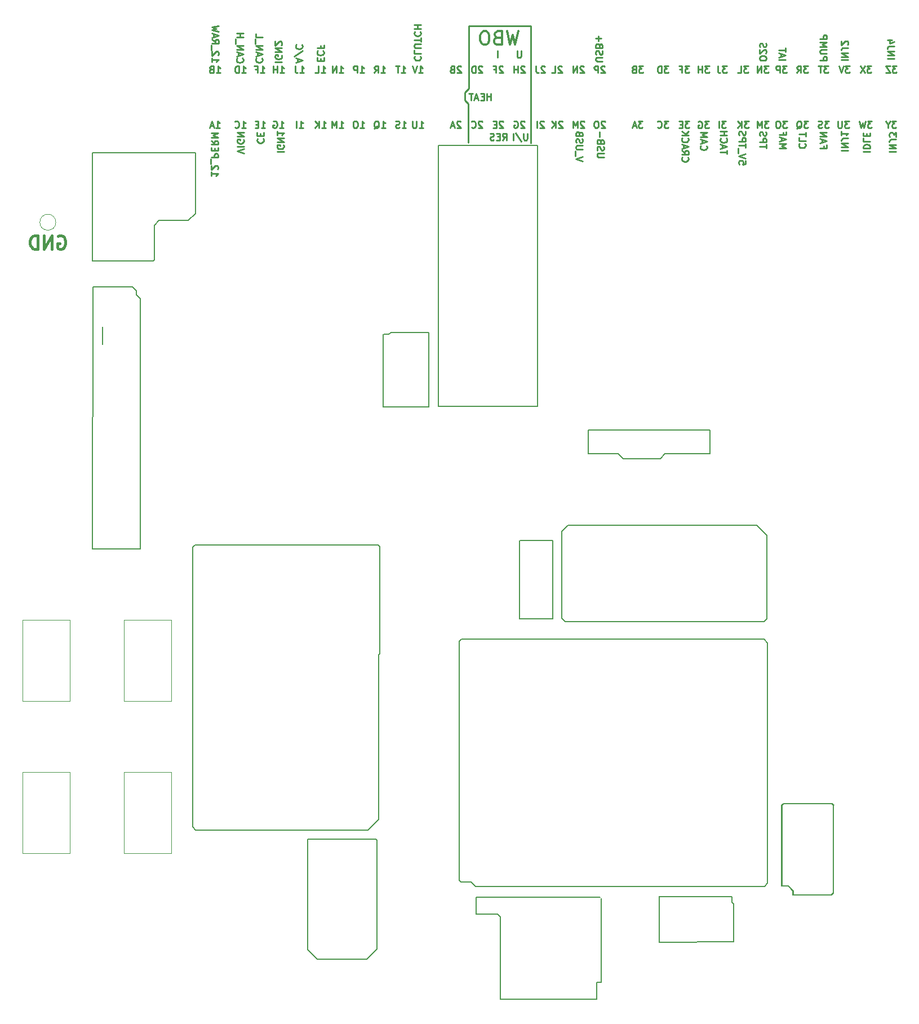
<source format=gbo>
G75*
G70*
%OFA0B0*%
%FSLAX25Y25*%
%IPPOS*%
%LPD*%
%AMOC8*
5,1,8,0,0,1.08239X$1,22.5*
%
%ADD147C,0.00472*%
%ADD182C,0.00880*%
%ADD196C,0.00787*%
%ADD270C,0.01575*%
%ADD334C,0.00984*%
%ADD48C,0.01378*%
X0000000Y0000000D02*
%LPD*%
G01*
D334*
X0280315Y0615354D02*
X0280315Y0578346D01*
X0277953Y0575984D02*
X0277953Y0571260D01*
X0316929Y0546063D02*
X0316929Y0615354D01*
X0277953Y0571260D02*
X0279921Y0569291D01*
X0280315Y0578346D02*
X0277953Y0575984D01*
X0279921Y0569291D02*
X0279921Y0546457D01*
X0316929Y0615354D02*
X0280315Y0615354D01*
D182*
X0500553Y0541720D02*
X0504553Y0541720D01*
X0500553Y0543625D02*
X0504553Y0543625D01*
X0500553Y0545911D01*
X0504553Y0545911D01*
X0504553Y0548958D02*
X0501696Y0548958D01*
X0501124Y0548768D01*
X0500743Y0548387D01*
X0500553Y0547816D01*
X0500553Y0547435D01*
X0500553Y0552958D02*
X0500553Y0550673D01*
X0500553Y0551816D02*
X0504553Y0551816D01*
X0503981Y0551435D01*
X0503600Y0551054D01*
X0503410Y0550673D01*
X0157360Y0555061D02*
X0159645Y0555061D01*
X0158502Y0555061D02*
X0158502Y0559061D01*
X0158883Y0558489D01*
X0159264Y0558108D01*
X0159645Y0557918D01*
X0155645Y0557156D02*
X0154312Y0557156D01*
X0153741Y0555061D02*
X0155645Y0555061D01*
X0155645Y0559061D01*
X0153741Y0559061D01*
X0480755Y0591561D02*
X0478278Y0591561D01*
X0479612Y0590037D01*
X0479040Y0590037D01*
X0478659Y0589846D01*
X0478469Y0589656D01*
X0478278Y0589275D01*
X0478278Y0588322D01*
X0478469Y0587942D01*
X0478659Y0587751D01*
X0479040Y0587561D01*
X0480183Y0587561D01*
X0480564Y0587751D01*
X0480755Y0587942D01*
X0474278Y0587561D02*
X0475612Y0589465D01*
X0476564Y0587561D02*
X0476564Y0591561D01*
X0475040Y0591561D01*
X0474659Y0591370D01*
X0474469Y0591180D01*
X0474278Y0590799D01*
X0474278Y0590227D01*
X0474469Y0589846D01*
X0474659Y0589656D01*
X0475040Y0589465D01*
X0476564Y0589465D01*
D48*
X0309468Y0612186D02*
X0307593Y0604312D01*
X0306093Y0609936D01*
X0304593Y0604312D01*
X0302718Y0612186D01*
X0297094Y0608436D02*
X0295969Y0608061D01*
X0295594Y0607687D01*
X0295219Y0606937D01*
X0295219Y0605812D01*
X0295594Y0605062D01*
X0295969Y0604687D01*
X0296719Y0604312D01*
X0299719Y0604312D01*
X0299719Y0612186D01*
X0297094Y0612186D01*
X0296344Y0611811D01*
X0295969Y0611436D01*
X0295594Y0610686D01*
X0295594Y0609936D01*
X0295969Y0609186D01*
X0296344Y0608811D01*
X0297094Y0608436D01*
X0299719Y0608436D01*
X0290345Y0612186D02*
X0288845Y0612186D01*
X0288095Y0611811D01*
X0287345Y0611061D01*
X0286970Y0609561D01*
X0286970Y0606937D01*
X0287345Y0605437D01*
X0288095Y0604687D01*
X0288845Y0604312D01*
X0290345Y0604312D01*
X0291095Y0604687D01*
X0291845Y0605437D01*
X0292220Y0606937D01*
X0292220Y0609561D01*
X0291845Y0611061D01*
X0291095Y0611811D01*
X0290345Y0612186D01*
D182*
X0310985Y0600616D02*
X0310985Y0597378D01*
X0310795Y0596997D01*
X0310604Y0596806D01*
X0310223Y0596616D01*
X0309462Y0596616D01*
X0309081Y0596806D01*
X0308890Y0596997D01*
X0308700Y0597378D01*
X0308700Y0600616D01*
X0468350Y0559061D02*
X0465874Y0559061D01*
X0467207Y0557537D01*
X0466636Y0557537D01*
X0466255Y0557346D01*
X0466064Y0557156D01*
X0465874Y0556775D01*
X0465874Y0555822D01*
X0466064Y0555442D01*
X0466255Y0555251D01*
X0466636Y0555061D01*
X0467778Y0555061D01*
X0468159Y0555251D01*
X0468350Y0555442D01*
X0463397Y0559061D02*
X0462636Y0559061D01*
X0462255Y0558870D01*
X0461874Y0558489D01*
X0461683Y0557727D01*
X0461683Y0556394D01*
X0461874Y0555632D01*
X0462255Y0555251D01*
X0462636Y0555061D01*
X0463397Y0555061D01*
X0463778Y0555251D01*
X0464159Y0555632D01*
X0464350Y0556394D01*
X0464350Y0557727D01*
X0464159Y0558489D01*
X0463778Y0558870D01*
X0463397Y0559061D01*
X0215874Y0555061D02*
X0218159Y0555061D01*
X0217016Y0555061D02*
X0217016Y0559061D01*
X0217397Y0558489D01*
X0217778Y0558108D01*
X0218159Y0557918D01*
X0213397Y0559061D02*
X0212636Y0559061D01*
X0212255Y0558870D01*
X0211874Y0558489D01*
X0211683Y0557727D01*
X0211683Y0556394D01*
X0211874Y0555632D01*
X0212255Y0555251D01*
X0212636Y0555061D01*
X0213397Y0555061D01*
X0213778Y0555251D01*
X0214159Y0555632D01*
X0214350Y0556394D01*
X0214350Y0557727D01*
X0214159Y0558489D01*
X0213778Y0558870D01*
X0213397Y0559061D01*
X0192897Y0587561D02*
X0195183Y0587561D01*
X0194040Y0587561D02*
X0194040Y0591561D01*
X0194421Y0590989D01*
X0194802Y0590608D01*
X0195183Y0590418D01*
X0189278Y0587561D02*
X0191183Y0587561D01*
X0191183Y0591561D01*
X0432778Y0591561D02*
X0430302Y0591561D01*
X0431636Y0590037D01*
X0431064Y0590037D01*
X0430683Y0589846D01*
X0430493Y0589656D01*
X0430302Y0589275D01*
X0430302Y0588322D01*
X0430493Y0587942D01*
X0430683Y0587751D01*
X0431064Y0587561D01*
X0432207Y0587561D01*
X0432588Y0587751D01*
X0432778Y0587942D01*
X0427445Y0591561D02*
X0427445Y0588703D01*
X0427636Y0588132D01*
X0428016Y0587751D01*
X0428588Y0587561D01*
X0428969Y0587561D01*
X0480850Y0559061D02*
X0478374Y0559061D01*
X0479707Y0557537D01*
X0479136Y0557537D01*
X0478755Y0557346D01*
X0478564Y0557156D01*
X0478374Y0556775D01*
X0478374Y0555822D01*
X0478564Y0555442D01*
X0478755Y0555251D01*
X0479136Y0555061D01*
X0480278Y0555061D01*
X0480659Y0555251D01*
X0480850Y0555442D01*
X0473993Y0554680D02*
X0474374Y0554870D01*
X0474755Y0555251D01*
X0475326Y0555822D01*
X0475707Y0556013D01*
X0476088Y0556013D01*
X0475897Y0555061D02*
X0476278Y0555251D01*
X0476659Y0555632D01*
X0476850Y0556394D01*
X0476850Y0557727D01*
X0476659Y0558489D01*
X0476278Y0558870D01*
X0475897Y0559061D01*
X0475136Y0559061D01*
X0474755Y0558870D01*
X0474374Y0558489D01*
X0474183Y0557727D01*
X0474183Y0556394D01*
X0474374Y0555632D01*
X0474755Y0555251D01*
X0475136Y0555061D01*
X0475897Y0555061D01*
X0165513Y0594000D02*
X0169513Y0594000D01*
X0169323Y0598000D02*
X0169513Y0597619D01*
X0169513Y0597048D01*
X0169323Y0596476D01*
X0168942Y0596095D01*
X0168561Y0595905D01*
X0167799Y0595714D01*
X0167228Y0595714D01*
X0166466Y0595905D01*
X0166085Y0596095D01*
X0165704Y0596476D01*
X0165513Y0597048D01*
X0165513Y0597429D01*
X0165704Y0598000D01*
X0165894Y0598190D01*
X0167228Y0598190D01*
X0167228Y0597429D01*
X0165513Y0599905D02*
X0169513Y0599905D01*
X0165513Y0602190D01*
X0169513Y0602190D01*
X0169132Y0603905D02*
X0169323Y0604095D01*
X0169513Y0604476D01*
X0169513Y0605429D01*
X0169323Y0605810D01*
X0169132Y0606000D01*
X0168751Y0606190D01*
X0168370Y0606190D01*
X0167799Y0606000D01*
X0165513Y0603714D01*
X0165513Y0606190D01*
X0145778Y0587561D02*
X0148064Y0587561D01*
X0146921Y0587561D02*
X0146921Y0591561D01*
X0147302Y0590989D01*
X0147683Y0590608D01*
X0148064Y0590418D01*
X0144064Y0587561D02*
X0144064Y0591561D01*
X0143112Y0591561D01*
X0142540Y0591370D01*
X0142159Y0590989D01*
X0141969Y0590608D01*
X0141778Y0589846D01*
X0141778Y0589275D01*
X0141969Y0588513D01*
X0142159Y0588132D01*
X0142540Y0587751D01*
X0143112Y0587561D01*
X0144064Y0587561D01*
X0383255Y0591561D02*
X0380778Y0591561D01*
X0382112Y0590037D01*
X0381540Y0590037D01*
X0381159Y0589846D01*
X0380969Y0589656D01*
X0380778Y0589275D01*
X0380778Y0588322D01*
X0380969Y0587942D01*
X0381159Y0587751D01*
X0381540Y0587561D01*
X0382683Y0587561D01*
X0383064Y0587751D01*
X0383255Y0587942D01*
X0377731Y0589656D02*
X0377159Y0589465D01*
X0376969Y0589275D01*
X0376778Y0588894D01*
X0376778Y0588322D01*
X0376969Y0587942D01*
X0377159Y0587751D01*
X0377540Y0587561D01*
X0379064Y0587561D01*
X0379064Y0591561D01*
X0377731Y0591561D01*
X0377350Y0591370D01*
X0377159Y0591180D01*
X0376969Y0590799D01*
X0376969Y0590418D01*
X0377159Y0590037D01*
X0377350Y0589846D01*
X0377731Y0589656D01*
X0379064Y0589656D01*
X0314820Y0551797D02*
X0314820Y0548559D01*
X0314630Y0548178D01*
X0314439Y0547987D01*
X0314058Y0547797D01*
X0313297Y0547797D01*
X0312916Y0547987D01*
X0312725Y0548178D01*
X0312535Y0548559D01*
X0312535Y0551797D01*
X0307773Y0551987D02*
X0311201Y0546844D01*
X0306439Y0547797D02*
X0306439Y0551797D01*
X0360064Y0537752D02*
X0356826Y0537752D01*
X0356445Y0537942D01*
X0356255Y0538133D01*
X0356064Y0538514D01*
X0356064Y0539276D01*
X0356255Y0539657D01*
X0356445Y0539847D01*
X0356826Y0540037D01*
X0360064Y0540037D01*
X0356255Y0541752D02*
X0356064Y0542323D01*
X0356064Y0543276D01*
X0356255Y0543657D01*
X0356445Y0543847D01*
X0356826Y0544037D01*
X0357207Y0544037D01*
X0357588Y0543847D01*
X0357779Y0543657D01*
X0357969Y0543276D01*
X0358160Y0542514D01*
X0358350Y0542133D01*
X0358541Y0541942D01*
X0358922Y0541752D01*
X0359303Y0541752D01*
X0359684Y0541942D01*
X0359874Y0542133D01*
X0360064Y0542514D01*
X0360064Y0543466D01*
X0359874Y0544037D01*
X0358160Y0547085D02*
X0357969Y0547657D01*
X0357779Y0547847D01*
X0357398Y0548037D01*
X0356826Y0548037D01*
X0356445Y0547847D01*
X0356255Y0547657D01*
X0356064Y0547276D01*
X0356064Y0545752D01*
X0360064Y0545752D01*
X0360064Y0547085D01*
X0359874Y0547466D01*
X0359684Y0547657D01*
X0359303Y0547847D01*
X0358922Y0547847D01*
X0358541Y0547657D01*
X0358350Y0547466D01*
X0358160Y0547085D01*
X0358160Y0545752D01*
X0357588Y0549752D02*
X0357588Y0552799D01*
X0493159Y0559061D02*
X0490683Y0559061D01*
X0492016Y0557537D01*
X0491445Y0557537D01*
X0491064Y0557346D01*
X0490874Y0557156D01*
X0490683Y0556775D01*
X0490683Y0555822D01*
X0490874Y0555442D01*
X0491064Y0555251D01*
X0491445Y0555061D01*
X0492588Y0555061D01*
X0492969Y0555251D01*
X0493159Y0555442D01*
X0489159Y0555251D02*
X0488588Y0555061D01*
X0487636Y0555061D01*
X0487255Y0555251D01*
X0487064Y0555442D01*
X0486874Y0555822D01*
X0486874Y0556203D01*
X0487064Y0556584D01*
X0487255Y0556775D01*
X0487636Y0556965D01*
X0488397Y0557156D01*
X0488778Y0557346D01*
X0488969Y0557537D01*
X0489159Y0557918D01*
X0489159Y0558299D01*
X0488969Y0558680D01*
X0488778Y0558870D01*
X0488397Y0559061D01*
X0487445Y0559061D01*
X0486874Y0558870D01*
X0518540Y0559061D02*
X0516064Y0559061D01*
X0517397Y0557537D01*
X0516826Y0557537D01*
X0516445Y0557346D01*
X0516255Y0557156D01*
X0516064Y0556775D01*
X0516064Y0555822D01*
X0516255Y0555442D01*
X0516445Y0555251D01*
X0516826Y0555061D01*
X0517969Y0555061D01*
X0518350Y0555251D01*
X0518540Y0555442D01*
X0514731Y0559061D02*
X0513778Y0555061D01*
X0513016Y0557918D01*
X0512255Y0555061D01*
X0511302Y0559061D01*
X0445755Y0559061D02*
X0443278Y0559061D01*
X0444612Y0557537D01*
X0444040Y0557537D01*
X0443659Y0557346D01*
X0443469Y0557156D01*
X0443278Y0556775D01*
X0443278Y0555822D01*
X0443469Y0555442D01*
X0443659Y0555251D01*
X0444040Y0555061D01*
X0445183Y0555061D01*
X0445564Y0555251D01*
X0445755Y0555442D01*
X0441564Y0555061D02*
X0441564Y0559061D01*
X0439278Y0555061D02*
X0440993Y0557346D01*
X0439278Y0559061D02*
X0441564Y0556775D01*
X0313159Y0591180D02*
X0312969Y0591370D01*
X0312588Y0591561D01*
X0311636Y0591561D01*
X0311255Y0591370D01*
X0311064Y0591180D01*
X0310874Y0590799D01*
X0310874Y0590418D01*
X0311064Y0589846D01*
X0313350Y0587561D01*
X0310874Y0587561D01*
X0309159Y0587561D02*
X0309159Y0591561D01*
X0309159Y0589656D02*
X0306874Y0589656D01*
X0306874Y0587561D02*
X0306874Y0591561D01*
X0422231Y0558883D02*
X0419755Y0558883D01*
X0421088Y0557360D01*
X0420517Y0557360D01*
X0420136Y0557169D01*
X0419945Y0556979D01*
X0419755Y0556598D01*
X0419755Y0555645D01*
X0419945Y0555264D01*
X0420136Y0555074D01*
X0420517Y0554883D01*
X0421660Y0554883D01*
X0422040Y0555074D01*
X0422231Y0555264D01*
X0415945Y0558693D02*
X0416326Y0558883D01*
X0416898Y0558883D01*
X0417469Y0558693D01*
X0417850Y0558312D01*
X0418040Y0557931D01*
X0418231Y0557169D01*
X0418231Y0556598D01*
X0418040Y0555836D01*
X0417850Y0555455D01*
X0417469Y0555074D01*
X0416898Y0554883D01*
X0416517Y0554883D01*
X0415945Y0555074D01*
X0415755Y0555264D01*
X0415755Y0556598D01*
X0416517Y0556598D01*
X0240302Y0587561D02*
X0242588Y0587561D01*
X0241445Y0587561D02*
X0241445Y0591561D01*
X0241826Y0590989D01*
X0242207Y0590608D01*
X0242588Y0590418D01*
X0239159Y0591561D02*
X0236874Y0591561D01*
X0238016Y0587561D02*
X0238016Y0591561D01*
X0457556Y0559061D02*
X0455080Y0559061D01*
X0456413Y0557537D01*
X0455842Y0557537D01*
X0455461Y0557346D01*
X0455270Y0557156D01*
X0455080Y0556775D01*
X0455080Y0555822D01*
X0455270Y0555442D01*
X0455461Y0555251D01*
X0455842Y0555061D01*
X0456985Y0555061D01*
X0457366Y0555251D01*
X0457556Y0555442D01*
X0453366Y0555061D02*
X0453366Y0559061D01*
X0452032Y0556203D01*
X0450699Y0559061D01*
X0450699Y0555061D01*
X0147072Y0540076D02*
X0143072Y0541409D01*
X0147072Y0542742D01*
X0143072Y0544076D02*
X0147072Y0544076D01*
X0146882Y0548076D02*
X0147072Y0547695D01*
X0147072Y0547123D01*
X0146882Y0546552D01*
X0146501Y0546171D01*
X0146120Y0545981D01*
X0145358Y0545790D01*
X0144787Y0545790D01*
X0144025Y0545981D01*
X0143644Y0546171D01*
X0143263Y0546552D01*
X0143072Y0547123D01*
X0143072Y0547504D01*
X0143263Y0548076D01*
X0143453Y0548266D01*
X0144787Y0548266D01*
X0144787Y0547504D01*
X0143072Y0549981D02*
X0147072Y0549981D01*
X0143072Y0552266D01*
X0147072Y0552266D01*
X0359277Y0594445D02*
X0356039Y0594445D01*
X0355658Y0594635D01*
X0355468Y0594826D01*
X0355277Y0595207D01*
X0355277Y0595969D01*
X0355468Y0596349D01*
X0355658Y0596540D01*
X0356039Y0596730D01*
X0359277Y0596730D01*
X0355468Y0598445D02*
X0355277Y0599016D01*
X0355277Y0599969D01*
X0355468Y0600349D01*
X0355658Y0600540D01*
X0356039Y0600730D01*
X0356420Y0600730D01*
X0356801Y0600540D01*
X0356991Y0600349D01*
X0357182Y0599969D01*
X0357372Y0599207D01*
X0357563Y0598826D01*
X0357753Y0598635D01*
X0358134Y0598445D01*
X0358515Y0598445D01*
X0358896Y0598635D01*
X0359087Y0598826D01*
X0359277Y0599207D01*
X0359277Y0600159D01*
X0359087Y0600730D01*
X0357372Y0603778D02*
X0357182Y0604349D01*
X0356991Y0604540D01*
X0356610Y0604730D01*
X0356039Y0604730D01*
X0355658Y0604540D01*
X0355468Y0604349D01*
X0355277Y0603969D01*
X0355277Y0602445D01*
X0359277Y0602445D01*
X0359277Y0603778D01*
X0359087Y0604159D01*
X0358896Y0604349D01*
X0358515Y0604540D01*
X0358134Y0604540D01*
X0357753Y0604349D01*
X0357563Y0604159D01*
X0357372Y0603778D01*
X0357372Y0602445D01*
X0356801Y0606445D02*
X0356801Y0609492D01*
X0355277Y0607969D02*
X0358325Y0607969D01*
X0463939Y0542876D02*
X0467939Y0542876D01*
X0465081Y0544209D01*
X0467939Y0545543D01*
X0463939Y0545543D01*
X0465081Y0547257D02*
X0465081Y0549162D01*
X0463939Y0546876D02*
X0467939Y0548209D01*
X0463939Y0549543D01*
X0466034Y0552209D02*
X0466034Y0550876D01*
X0463939Y0550876D02*
X0467939Y0550876D01*
X0467939Y0552781D01*
X0456127Y0595810D02*
X0456127Y0596571D01*
X0455937Y0596952D01*
X0455556Y0597333D01*
X0454794Y0597524D01*
X0453461Y0597524D01*
X0452699Y0597333D01*
X0452318Y0596952D01*
X0452127Y0596571D01*
X0452127Y0595810D01*
X0452318Y0595429D01*
X0452699Y0595048D01*
X0453461Y0594857D01*
X0454794Y0594857D01*
X0455556Y0595048D01*
X0455937Y0595429D01*
X0456127Y0595810D01*
X0455747Y0599048D02*
X0455937Y0599238D01*
X0456127Y0599619D01*
X0456127Y0600571D01*
X0455937Y0600952D01*
X0455747Y0601143D01*
X0455366Y0601333D01*
X0454985Y0601333D01*
X0454413Y0601143D01*
X0452127Y0598857D01*
X0452127Y0601333D01*
X0452318Y0602857D02*
X0452127Y0603429D01*
X0452127Y0604381D01*
X0452318Y0604762D01*
X0452508Y0604952D01*
X0452889Y0605143D01*
X0453270Y0605143D01*
X0453651Y0604952D01*
X0453842Y0604762D01*
X0454032Y0604381D01*
X0454223Y0603619D01*
X0454413Y0603238D01*
X0454604Y0603048D01*
X0454985Y0602857D01*
X0455366Y0602857D01*
X0455747Y0603048D01*
X0455937Y0603238D01*
X0456127Y0603619D01*
X0456127Y0604571D01*
X0455937Y0605143D01*
X0432207Y0559061D02*
X0429731Y0559061D01*
X0431064Y0557537D01*
X0430493Y0557537D01*
X0430112Y0557346D01*
X0429921Y0557156D01*
X0429731Y0556775D01*
X0429731Y0555822D01*
X0429921Y0555442D01*
X0430112Y0555251D01*
X0430493Y0555061D01*
X0431636Y0555061D01*
X0432016Y0555251D01*
X0432207Y0555442D01*
X0428016Y0555061D02*
X0428016Y0559061D01*
X0406445Y0537618D02*
X0406255Y0537428D01*
X0406064Y0536856D01*
X0406064Y0536475D01*
X0406255Y0535904D01*
X0406636Y0535523D01*
X0407017Y0535333D01*
X0407779Y0535142D01*
X0408350Y0535142D01*
X0409112Y0535333D01*
X0409493Y0535523D01*
X0409874Y0535904D01*
X0410064Y0536475D01*
X0410064Y0536856D01*
X0409874Y0537428D01*
X0409684Y0537618D01*
X0406064Y0541618D02*
X0407969Y0540285D01*
X0406064Y0539333D02*
X0410064Y0539333D01*
X0410064Y0540856D01*
X0409874Y0541237D01*
X0409684Y0541428D01*
X0409303Y0541618D01*
X0408731Y0541618D01*
X0408350Y0541428D01*
X0408160Y0541237D01*
X0407969Y0540856D01*
X0407969Y0539333D01*
X0407207Y0543142D02*
X0407207Y0545047D01*
X0406064Y0542761D02*
X0410064Y0544094D01*
X0406064Y0545428D01*
X0406445Y0549047D02*
X0406255Y0548856D01*
X0406064Y0548285D01*
X0406064Y0547904D01*
X0406255Y0547333D01*
X0406636Y0546952D01*
X0407017Y0546761D01*
X0407779Y0546571D01*
X0408350Y0546571D01*
X0409112Y0546761D01*
X0409493Y0546952D01*
X0409874Y0547333D01*
X0410064Y0547904D01*
X0410064Y0548285D01*
X0409874Y0548856D01*
X0409684Y0549047D01*
X0406064Y0550761D02*
X0410064Y0550761D01*
X0406064Y0553047D02*
X0408350Y0551333D01*
X0410064Y0553047D02*
X0407779Y0550761D01*
X0432899Y0539504D02*
X0432899Y0541790D01*
X0428899Y0540647D02*
X0432899Y0540647D01*
X0430042Y0542933D02*
X0430042Y0544838D01*
X0428899Y0542552D02*
X0432899Y0543885D01*
X0428899Y0545219D01*
X0429280Y0548838D02*
X0429090Y0548647D01*
X0428899Y0548076D01*
X0428899Y0547695D01*
X0429090Y0547123D01*
X0429471Y0546742D01*
X0429852Y0546552D01*
X0430613Y0546361D01*
X0431185Y0546361D01*
X0431947Y0546552D01*
X0432328Y0546742D01*
X0432709Y0547123D01*
X0432899Y0547695D01*
X0432899Y0548076D01*
X0432709Y0548647D01*
X0432518Y0548838D01*
X0428899Y0550552D02*
X0432899Y0550552D01*
X0430994Y0550552D02*
X0430994Y0552838D01*
X0428899Y0552838D02*
X0432899Y0552838D01*
X0527718Y0596051D02*
X0531718Y0596051D01*
X0527718Y0597956D02*
X0531718Y0597956D01*
X0527718Y0600241D01*
X0531718Y0600241D01*
X0531718Y0603289D02*
X0528861Y0603289D01*
X0528289Y0603099D01*
X0527909Y0602718D01*
X0527718Y0602146D01*
X0527718Y0601765D01*
X0530385Y0606908D02*
X0527718Y0606908D01*
X0531909Y0605956D02*
X0529051Y0605003D01*
X0529051Y0607480D01*
X0348350Y0558680D02*
X0348159Y0558870D01*
X0347778Y0559061D01*
X0346826Y0559061D01*
X0346445Y0558870D01*
X0346255Y0558680D01*
X0346064Y0558299D01*
X0346064Y0557918D01*
X0346255Y0557346D01*
X0348540Y0555061D01*
X0346064Y0555061D01*
X0344350Y0555061D02*
X0344350Y0559061D01*
X0343016Y0556203D01*
X0341683Y0559061D01*
X0341683Y0555061D01*
X0180302Y0587561D02*
X0182588Y0587561D01*
X0181445Y0587561D02*
X0181445Y0591561D01*
X0181826Y0590989D01*
X0182207Y0590608D01*
X0182588Y0590418D01*
X0177445Y0591561D02*
X0177445Y0588703D01*
X0177636Y0588132D01*
X0178016Y0587751D01*
X0178588Y0587561D01*
X0178969Y0587561D01*
X0422326Y0591561D02*
X0419850Y0591561D01*
X0421183Y0590037D01*
X0420612Y0590037D01*
X0420231Y0589846D01*
X0420040Y0589656D01*
X0419850Y0589275D01*
X0419850Y0588322D01*
X0420040Y0587942D01*
X0420231Y0587751D01*
X0420612Y0587561D01*
X0421755Y0587561D01*
X0422136Y0587751D01*
X0422326Y0587942D01*
X0418136Y0587561D02*
X0418136Y0591561D01*
X0418136Y0589656D02*
X0415850Y0589656D01*
X0415850Y0587561D02*
X0415850Y0591561D01*
X0250874Y0555061D02*
X0253159Y0555061D01*
X0252016Y0555061D02*
X0252016Y0559061D01*
X0252397Y0558489D01*
X0252778Y0558108D01*
X0253159Y0557918D01*
X0249159Y0559061D02*
X0249159Y0555822D01*
X0248969Y0555442D01*
X0248778Y0555251D01*
X0248397Y0555061D01*
X0247636Y0555061D01*
X0247255Y0555251D01*
X0247064Y0555442D01*
X0246874Y0555822D01*
X0246874Y0559061D01*
X0300278Y0591180D02*
X0300088Y0591370D01*
X0299707Y0591561D01*
X0298755Y0591561D01*
X0298374Y0591370D01*
X0298183Y0591180D01*
X0297993Y0590799D01*
X0297993Y0590418D01*
X0298183Y0589846D01*
X0300469Y0587561D01*
X0297993Y0587561D01*
X0294945Y0589656D02*
X0296278Y0589656D01*
X0296278Y0587561D02*
X0296278Y0591561D01*
X0294374Y0591561D01*
X0490049Y0544400D02*
X0490049Y0543066D01*
X0487954Y0543066D02*
X0491954Y0543066D01*
X0491954Y0544971D01*
X0489097Y0546304D02*
X0489097Y0548209D01*
X0487954Y0545924D02*
X0491954Y0547257D01*
X0487954Y0548590D01*
X0487954Y0549924D02*
X0491954Y0549924D01*
X0487954Y0552209D01*
X0491954Y0552209D01*
X0398255Y0559061D02*
X0395778Y0559061D01*
X0397112Y0557537D01*
X0396540Y0557537D01*
X0396159Y0557346D01*
X0395969Y0557156D01*
X0395778Y0556775D01*
X0395778Y0555822D01*
X0395969Y0555442D01*
X0396159Y0555251D01*
X0396540Y0555061D01*
X0397683Y0555061D01*
X0398064Y0555251D01*
X0398255Y0555442D01*
X0391778Y0555442D02*
X0391969Y0555251D01*
X0392540Y0555061D01*
X0392921Y0555061D01*
X0393493Y0555251D01*
X0393874Y0555632D01*
X0394064Y0556013D01*
X0394255Y0556775D01*
X0394255Y0557346D01*
X0394064Y0558108D01*
X0393874Y0558489D01*
X0393493Y0558870D01*
X0392921Y0559061D01*
X0392540Y0559061D01*
X0391969Y0558870D01*
X0391778Y0558680D01*
X0335183Y0591180D02*
X0334993Y0591370D01*
X0334612Y0591561D01*
X0333659Y0591561D01*
X0333278Y0591370D01*
X0333088Y0591180D01*
X0332897Y0590799D01*
X0332897Y0590418D01*
X0333088Y0589846D01*
X0335374Y0587561D01*
X0332897Y0587561D01*
X0329278Y0587561D02*
X0331183Y0587561D01*
X0331183Y0591561D01*
X0313064Y0558680D02*
X0312874Y0558870D01*
X0312493Y0559061D01*
X0311540Y0559061D01*
X0311159Y0558870D01*
X0310969Y0558680D01*
X0310778Y0558299D01*
X0310778Y0557918D01*
X0310969Y0557346D01*
X0313255Y0555061D01*
X0310778Y0555061D01*
X0306969Y0558870D02*
X0307350Y0559061D01*
X0307921Y0559061D01*
X0308493Y0558870D01*
X0308874Y0558489D01*
X0309064Y0558108D01*
X0309255Y0557346D01*
X0309255Y0556775D01*
X0309064Y0556013D01*
X0308874Y0555632D01*
X0308493Y0555251D01*
X0307921Y0555061D01*
X0307540Y0555061D01*
X0306969Y0555251D01*
X0306778Y0555442D01*
X0306778Y0556775D01*
X0307540Y0556775D01*
X0463545Y0595187D02*
X0467545Y0595187D01*
X0464688Y0596901D02*
X0464688Y0598806D01*
X0463545Y0596520D02*
X0467545Y0597854D01*
X0463545Y0599187D01*
X0467545Y0599949D02*
X0467545Y0602235D01*
X0463545Y0601092D02*
X0467545Y0601092D01*
X0513545Y0541028D02*
X0517545Y0541028D01*
X0513545Y0542933D02*
X0517545Y0542933D01*
X0517545Y0543885D01*
X0517354Y0544457D01*
X0516973Y0544838D01*
X0516592Y0545028D01*
X0515831Y0545219D01*
X0515259Y0545219D01*
X0514497Y0545028D01*
X0514116Y0544838D01*
X0513735Y0544457D01*
X0513545Y0543885D01*
X0513545Y0542933D01*
X0513545Y0548838D02*
X0513545Y0546933D01*
X0517545Y0546933D01*
X0515640Y0550171D02*
X0515640Y0551504D01*
X0513545Y0552076D02*
X0513545Y0550171D01*
X0517545Y0550171D01*
X0517545Y0552076D01*
X0203374Y0587561D02*
X0205659Y0587561D01*
X0204516Y0587561D02*
X0204516Y0591561D01*
X0204897Y0590989D01*
X0205278Y0590608D01*
X0205659Y0590418D01*
X0201659Y0587561D02*
X0201659Y0591561D01*
X0199374Y0587561D01*
X0199374Y0591561D01*
X0500553Y0595264D02*
X0504553Y0595264D01*
X0500553Y0597168D02*
X0504553Y0597168D01*
X0500553Y0599454D01*
X0504553Y0599454D01*
X0504553Y0602502D02*
X0501696Y0602502D01*
X0501124Y0602311D01*
X0500743Y0601930D01*
X0500553Y0601359D01*
X0500553Y0600978D01*
X0504172Y0604216D02*
X0504362Y0604406D01*
X0504553Y0604787D01*
X0504553Y0605740D01*
X0504362Y0606121D01*
X0504172Y0606311D01*
X0503791Y0606502D01*
X0503410Y0606502D01*
X0502838Y0606311D01*
X0500553Y0604026D01*
X0500553Y0606502D01*
X0293198Y0571419D02*
X0293198Y0575419D01*
X0293198Y0573514D02*
X0290913Y0573514D01*
X0290913Y0571419D02*
X0290913Y0575419D01*
X0289008Y0573514D02*
X0287675Y0573514D01*
X0287103Y0571419D02*
X0289008Y0571419D01*
X0289008Y0575419D01*
X0287103Y0575419D01*
X0285579Y0572562D02*
X0283675Y0572562D01*
X0285960Y0571419D02*
X0284627Y0575419D01*
X0283294Y0571419D01*
X0282532Y0575419D02*
X0280246Y0575419D01*
X0281389Y0571419D02*
X0281389Y0575419D01*
X0228278Y0587561D02*
X0230564Y0587561D01*
X0229421Y0587561D02*
X0229421Y0591561D01*
X0229802Y0590989D01*
X0230183Y0590608D01*
X0230564Y0590418D01*
X0224278Y0587561D02*
X0225612Y0589465D01*
X0226564Y0587561D02*
X0226564Y0591561D01*
X0225040Y0591561D01*
X0224659Y0591370D01*
X0224469Y0591180D01*
X0224278Y0590799D01*
X0224278Y0590227D01*
X0224469Y0589846D01*
X0224659Y0589656D01*
X0225040Y0589465D01*
X0226564Y0589465D01*
X0240683Y0555061D02*
X0242969Y0555061D01*
X0241826Y0555061D02*
X0241826Y0559061D01*
X0242207Y0558489D01*
X0242588Y0558108D01*
X0242969Y0557918D01*
X0239159Y0555251D02*
X0238588Y0555061D01*
X0237636Y0555061D01*
X0237255Y0555251D01*
X0237064Y0555442D01*
X0236874Y0555822D01*
X0236874Y0556203D01*
X0237064Y0556584D01*
X0237255Y0556775D01*
X0237636Y0556965D01*
X0238397Y0557156D01*
X0238778Y0557346D01*
X0238969Y0557537D01*
X0239159Y0557918D01*
X0239159Y0558299D01*
X0238969Y0558680D01*
X0238778Y0558870D01*
X0238397Y0559061D01*
X0237445Y0559061D01*
X0236874Y0558870D01*
X0228374Y0555061D02*
X0230659Y0555061D01*
X0229516Y0555061D02*
X0229516Y0559061D01*
X0229897Y0558489D01*
X0230278Y0558108D01*
X0230659Y0557918D01*
X0223993Y0554680D02*
X0224374Y0554870D01*
X0224755Y0555251D01*
X0225326Y0555822D01*
X0225707Y0556013D01*
X0226088Y0556013D01*
X0225897Y0555061D02*
X0226278Y0555251D01*
X0226659Y0555632D01*
X0226850Y0556394D01*
X0226850Y0557727D01*
X0226659Y0558489D01*
X0226278Y0558870D01*
X0225897Y0559061D01*
X0225136Y0559061D01*
X0224755Y0558870D01*
X0224374Y0558489D01*
X0224183Y0557727D01*
X0224183Y0556394D01*
X0224374Y0555632D01*
X0224755Y0555251D01*
X0225136Y0555061D01*
X0225897Y0555061D01*
X0275564Y0591180D02*
X0275374Y0591370D01*
X0274993Y0591561D01*
X0274040Y0591561D01*
X0273659Y0591370D01*
X0273469Y0591180D01*
X0273278Y0590799D01*
X0273278Y0590418D01*
X0273469Y0589846D01*
X0275755Y0587561D01*
X0273278Y0587561D01*
X0270231Y0589656D02*
X0269659Y0589465D01*
X0269469Y0589275D01*
X0269278Y0588894D01*
X0269278Y0588322D01*
X0269469Y0587942D01*
X0269659Y0587751D01*
X0270040Y0587561D01*
X0271564Y0587561D01*
X0271564Y0591561D01*
X0270231Y0591561D01*
X0269850Y0591370D01*
X0269659Y0591180D01*
X0269469Y0590799D01*
X0269469Y0590418D01*
X0269659Y0590037D01*
X0269850Y0589846D01*
X0270231Y0589656D01*
X0271564Y0589656D01*
X0505003Y0558883D02*
X0502527Y0558883D01*
X0503861Y0557360D01*
X0503289Y0557360D01*
X0502908Y0557169D01*
X0502718Y0556979D01*
X0502527Y0556598D01*
X0502527Y0555645D01*
X0502718Y0555264D01*
X0502908Y0555074D01*
X0503289Y0554883D01*
X0504432Y0554883D01*
X0504813Y0555074D01*
X0505003Y0555264D01*
X0500813Y0558883D02*
X0500813Y0555645D01*
X0500622Y0555264D01*
X0500432Y0555074D01*
X0500051Y0554883D01*
X0499289Y0554883D01*
X0498908Y0555074D01*
X0498718Y0555264D01*
X0498527Y0555645D01*
X0498527Y0558883D01*
X0127718Y0528989D02*
X0127718Y0526703D01*
X0127718Y0527846D02*
X0131718Y0527846D01*
X0131147Y0527465D01*
X0130766Y0527084D01*
X0130575Y0526703D01*
X0131337Y0530513D02*
X0131528Y0530703D01*
X0131718Y0531084D01*
X0131718Y0532037D01*
X0131528Y0532418D01*
X0131337Y0532608D01*
X0130956Y0532799D01*
X0130575Y0532799D01*
X0130004Y0532608D01*
X0127718Y0530322D01*
X0127718Y0532799D01*
X0127337Y0533561D02*
X0127337Y0536608D01*
X0127718Y0537561D02*
X0131718Y0537561D01*
X0131718Y0539084D01*
X0131528Y0539465D01*
X0131337Y0539656D01*
X0130956Y0539846D01*
X0130385Y0539846D01*
X0130004Y0539656D01*
X0129813Y0539465D01*
X0129623Y0539084D01*
X0129623Y0537561D01*
X0129813Y0541561D02*
X0129813Y0542894D01*
X0127718Y0543465D02*
X0127718Y0541561D01*
X0131718Y0541561D01*
X0131718Y0543465D01*
X0127718Y0547465D02*
X0129623Y0546132D01*
X0127718Y0545180D02*
X0131718Y0545180D01*
X0131718Y0546703D01*
X0131528Y0547084D01*
X0131337Y0547275D01*
X0130956Y0547465D01*
X0130385Y0547465D01*
X0130004Y0547275D01*
X0129813Y0547084D01*
X0129623Y0546703D01*
X0129623Y0545180D01*
X0127718Y0549180D02*
X0131718Y0549180D01*
X0128861Y0550513D01*
X0131718Y0551846D01*
X0127718Y0551846D01*
X0156871Y0587561D02*
X0159156Y0587561D01*
X0158013Y0587561D02*
X0158013Y0591561D01*
X0158394Y0590989D01*
X0158775Y0590608D01*
X0159156Y0590418D01*
X0153823Y0589656D02*
X0155156Y0589656D01*
X0155156Y0587561D02*
X0155156Y0591561D01*
X0153252Y0591561D01*
X0528899Y0540933D02*
X0532899Y0540933D01*
X0528899Y0542838D02*
X0532899Y0542838D01*
X0528899Y0545123D01*
X0532899Y0545123D01*
X0532899Y0548171D02*
X0530042Y0548171D01*
X0529471Y0547981D01*
X0529090Y0547600D01*
X0528899Y0547028D01*
X0528899Y0546647D01*
X0532899Y0549695D02*
X0532899Y0552171D01*
X0531375Y0550838D01*
X0531375Y0551409D01*
X0531185Y0551790D01*
X0530994Y0551981D01*
X0530613Y0552171D01*
X0529661Y0552171D01*
X0529280Y0551981D01*
X0529090Y0551790D01*
X0528899Y0551409D01*
X0528899Y0550266D01*
X0529090Y0549885D01*
X0529280Y0549695D01*
X0250493Y0587561D02*
X0252778Y0587561D01*
X0251636Y0587561D02*
X0251636Y0591561D01*
X0252016Y0590989D01*
X0252397Y0590608D01*
X0252778Y0590418D01*
X0249350Y0591561D02*
X0248016Y0587561D01*
X0246683Y0591561D01*
X0360659Y0558680D02*
X0360469Y0558870D01*
X0360088Y0559061D01*
X0359136Y0559061D01*
X0358755Y0558870D01*
X0358564Y0558680D01*
X0358374Y0558299D01*
X0358374Y0557918D01*
X0358564Y0557346D01*
X0360850Y0555061D01*
X0358374Y0555061D01*
X0355897Y0559061D02*
X0355136Y0559061D01*
X0354755Y0558870D01*
X0354374Y0558489D01*
X0354183Y0557727D01*
X0354183Y0556394D01*
X0354374Y0555632D01*
X0354755Y0555251D01*
X0355136Y0555061D01*
X0355897Y0555061D01*
X0356278Y0555251D01*
X0356659Y0555632D01*
X0356850Y0556394D01*
X0356850Y0557727D01*
X0356659Y0558489D01*
X0356278Y0558870D01*
X0355897Y0559061D01*
X0347466Y0535237D02*
X0343466Y0536571D01*
X0347466Y0537904D01*
X0343085Y0538285D02*
X0343085Y0541333D01*
X0347466Y0542285D02*
X0344228Y0542285D01*
X0343847Y0542475D01*
X0343657Y0542666D01*
X0343466Y0543047D01*
X0343466Y0543809D01*
X0343657Y0544190D01*
X0343847Y0544380D01*
X0344228Y0544571D01*
X0347466Y0544571D01*
X0343657Y0546285D02*
X0343466Y0546856D01*
X0343466Y0547809D01*
X0343657Y0548190D01*
X0343847Y0548380D01*
X0344228Y0548571D01*
X0344609Y0548571D01*
X0344990Y0548380D01*
X0345180Y0548190D01*
X0345371Y0547809D01*
X0345561Y0547047D01*
X0345752Y0546666D01*
X0345942Y0546475D01*
X0346323Y0546285D01*
X0346704Y0546285D01*
X0347085Y0546475D01*
X0347276Y0546666D01*
X0347466Y0547047D01*
X0347466Y0547999D01*
X0347276Y0548571D01*
X0345561Y0551618D02*
X0345371Y0552190D01*
X0345180Y0552380D01*
X0344799Y0552571D01*
X0344228Y0552571D01*
X0343847Y0552380D01*
X0343657Y0552190D01*
X0343466Y0551809D01*
X0343466Y0550285D01*
X0347466Y0550285D01*
X0347466Y0551618D01*
X0347276Y0551999D01*
X0347085Y0552190D01*
X0346704Y0552380D01*
X0346323Y0552380D01*
X0345942Y0552190D01*
X0345752Y0551999D01*
X0345561Y0551618D01*
X0345561Y0550285D01*
X0348159Y0591180D02*
X0347969Y0591370D01*
X0347588Y0591561D01*
X0346636Y0591561D01*
X0346255Y0591370D01*
X0346064Y0591180D01*
X0345874Y0590799D01*
X0345874Y0590418D01*
X0346064Y0589846D01*
X0348350Y0587561D01*
X0345874Y0587561D01*
X0344159Y0587561D02*
X0344159Y0591561D01*
X0341874Y0587561D01*
X0341874Y0591561D01*
X0297244Y0596616D02*
X0297244Y0600616D01*
X0445374Y0591561D02*
X0442897Y0591561D01*
X0444231Y0590037D01*
X0443659Y0590037D01*
X0443278Y0589846D01*
X0443088Y0589656D01*
X0442897Y0589275D01*
X0442897Y0588322D01*
X0443088Y0587942D01*
X0443278Y0587751D01*
X0443659Y0587561D01*
X0444802Y0587561D01*
X0445183Y0587751D01*
X0445374Y0587942D01*
X0439278Y0587561D02*
X0441183Y0587561D01*
X0441183Y0591561D01*
X0325088Y0591180D02*
X0324897Y0591370D01*
X0324516Y0591561D01*
X0323564Y0591561D01*
X0323183Y0591370D01*
X0322993Y0591180D01*
X0322802Y0590799D01*
X0322802Y0590418D01*
X0322993Y0589846D01*
X0325278Y0587561D01*
X0322802Y0587561D01*
X0319945Y0591561D02*
X0319945Y0588703D01*
X0320136Y0588132D01*
X0320516Y0587751D01*
X0321088Y0587561D01*
X0321469Y0587561D01*
X0335564Y0558680D02*
X0335374Y0558870D01*
X0334993Y0559061D01*
X0334040Y0559061D01*
X0333659Y0558870D01*
X0333469Y0558680D01*
X0333278Y0558299D01*
X0333278Y0557918D01*
X0333469Y0557346D01*
X0335755Y0555061D01*
X0333278Y0555061D01*
X0331564Y0555061D02*
X0331564Y0559061D01*
X0329278Y0555061D02*
X0330993Y0557346D01*
X0329278Y0559061D02*
X0331564Y0556775D01*
X0532969Y0559061D02*
X0530493Y0559061D01*
X0531826Y0557537D01*
X0531255Y0557537D01*
X0530874Y0557346D01*
X0530683Y0557156D01*
X0530493Y0556775D01*
X0530493Y0555822D01*
X0530683Y0555442D01*
X0530874Y0555251D01*
X0531255Y0555061D01*
X0532397Y0555061D01*
X0532778Y0555251D01*
X0532969Y0555442D01*
X0528016Y0556965D02*
X0528016Y0555061D01*
X0529350Y0559061D02*
X0528016Y0556965D01*
X0526683Y0559061D01*
X0145778Y0555061D02*
X0148064Y0555061D01*
X0146921Y0555061D02*
X0146921Y0559061D01*
X0147302Y0558489D01*
X0147683Y0558108D01*
X0148064Y0557918D01*
X0141778Y0555442D02*
X0141969Y0555251D01*
X0142540Y0555061D01*
X0142921Y0555061D01*
X0143493Y0555251D01*
X0143874Y0555632D01*
X0144064Y0556013D01*
X0144255Y0556775D01*
X0144255Y0557346D01*
X0144064Y0558108D01*
X0143874Y0558489D01*
X0143493Y0558870D01*
X0142921Y0559061D01*
X0142540Y0559061D01*
X0141969Y0558870D01*
X0141778Y0558680D01*
X0288064Y0558680D02*
X0287874Y0558870D01*
X0287493Y0559061D01*
X0286540Y0559061D01*
X0286159Y0558870D01*
X0285969Y0558680D01*
X0285778Y0558299D01*
X0285778Y0557918D01*
X0285969Y0557346D01*
X0288255Y0555061D01*
X0285778Y0555061D01*
X0281778Y0555442D02*
X0281969Y0555251D01*
X0282540Y0555061D01*
X0282921Y0555061D01*
X0283493Y0555251D01*
X0283874Y0555632D01*
X0284064Y0556013D01*
X0284255Y0556775D01*
X0284255Y0557346D01*
X0284064Y0558108D01*
X0283874Y0558489D01*
X0283493Y0558870D01*
X0282921Y0559061D01*
X0282540Y0559061D01*
X0281969Y0558870D01*
X0281778Y0558680D01*
X0193278Y0555061D02*
X0195564Y0555061D01*
X0194421Y0555061D02*
X0194421Y0559061D01*
X0194802Y0558489D01*
X0195183Y0558108D01*
X0195564Y0557918D01*
X0191564Y0555061D02*
X0191564Y0559061D01*
X0189278Y0555061D02*
X0190993Y0557346D01*
X0189278Y0559061D02*
X0191564Y0556775D01*
X0457366Y0591561D02*
X0454889Y0591561D01*
X0456223Y0590037D01*
X0455651Y0590037D01*
X0455270Y0589846D01*
X0455080Y0589656D01*
X0454889Y0589275D01*
X0454889Y0588322D01*
X0455080Y0587942D01*
X0455270Y0587751D01*
X0455651Y0587561D01*
X0456794Y0587561D01*
X0457175Y0587751D01*
X0457366Y0587942D01*
X0453175Y0587561D02*
X0453175Y0591561D01*
X0450889Y0587561D01*
X0450889Y0591561D01*
X0130493Y0555061D02*
X0132778Y0555061D01*
X0131636Y0555061D02*
X0131636Y0559061D01*
X0132016Y0558489D01*
X0132397Y0558108D01*
X0132778Y0557918D01*
X0128969Y0556203D02*
X0127064Y0556203D01*
X0129350Y0555061D02*
X0128016Y0559061D01*
X0126683Y0555061D01*
D270*
X0037102Y0490945D02*
X0037852Y0491320D01*
X0038976Y0491320D01*
X0040101Y0490945D01*
X0040851Y0490195D01*
X0041226Y0489445D01*
X0041601Y0487945D01*
X0041601Y0486820D01*
X0041226Y0485321D01*
X0040851Y0484571D01*
X0040101Y0483821D01*
X0038976Y0483446D01*
X0038226Y0483446D01*
X0037102Y0483821D01*
X0036727Y0484196D01*
X0036727Y0486820D01*
X0038226Y0486820D01*
X0033352Y0483446D02*
X0033352Y0491320D01*
X0028853Y0483446D01*
X0028853Y0491320D01*
X0025103Y0483446D02*
X0025103Y0491320D01*
X0023228Y0491320D01*
X0022103Y0490945D01*
X0021354Y0490195D01*
X0020979Y0489445D01*
X0020604Y0487945D01*
X0020604Y0486820D01*
X0020979Y0485321D01*
X0021354Y0484571D01*
X0022103Y0483821D01*
X0023228Y0483446D01*
X0025103Y0483446D01*
D182*
X0179731Y0555061D02*
X0182016Y0555061D01*
X0180874Y0555061D02*
X0180874Y0559061D01*
X0181255Y0558489D01*
X0181636Y0558108D01*
X0182016Y0557918D01*
X0178016Y0555061D02*
X0178016Y0559061D01*
X0275278Y0558680D02*
X0275088Y0558870D01*
X0274707Y0559061D01*
X0273755Y0559061D01*
X0273374Y0558870D01*
X0273183Y0558680D01*
X0272993Y0558299D01*
X0272993Y0557918D01*
X0273183Y0557346D01*
X0275469Y0555061D01*
X0272993Y0555061D01*
X0271469Y0556203D02*
X0269564Y0556203D01*
X0271850Y0555061D02*
X0270516Y0559061D01*
X0269183Y0555061D01*
X0468255Y0591561D02*
X0465778Y0591561D01*
X0467112Y0590037D01*
X0466540Y0590037D01*
X0466159Y0589846D01*
X0465969Y0589656D01*
X0465778Y0589275D01*
X0465778Y0588322D01*
X0465969Y0587942D01*
X0466159Y0587751D01*
X0466540Y0587561D01*
X0467683Y0587561D01*
X0468064Y0587751D01*
X0468255Y0587942D01*
X0464064Y0587561D02*
X0464064Y0591561D01*
X0462540Y0591561D01*
X0462159Y0591370D01*
X0461969Y0591180D01*
X0461778Y0590799D01*
X0461778Y0590227D01*
X0461969Y0589846D01*
X0462159Y0589656D01*
X0462540Y0589465D01*
X0464064Y0589465D01*
X0456127Y0542984D02*
X0456127Y0545270D01*
X0452127Y0544127D02*
X0456127Y0544127D01*
X0452127Y0546603D02*
X0456127Y0546603D01*
X0456127Y0548127D01*
X0455937Y0548508D01*
X0455747Y0548698D01*
X0455366Y0548889D01*
X0454794Y0548889D01*
X0454413Y0548698D01*
X0454223Y0548508D01*
X0454032Y0548127D01*
X0454032Y0546603D01*
X0452318Y0550412D02*
X0452127Y0550984D01*
X0452127Y0551936D01*
X0452318Y0552317D01*
X0452508Y0552508D01*
X0452889Y0552698D01*
X0453270Y0552698D01*
X0453651Y0552508D01*
X0453842Y0552317D01*
X0454032Y0551936D01*
X0454223Y0551174D01*
X0454413Y0550793D01*
X0454604Y0550603D01*
X0454985Y0550412D01*
X0455366Y0550412D01*
X0455747Y0550603D01*
X0455937Y0550793D01*
X0456127Y0551174D01*
X0456127Y0552127D01*
X0455937Y0552698D01*
X0398255Y0591561D02*
X0395778Y0591561D01*
X0397112Y0590037D01*
X0396540Y0590037D01*
X0396159Y0589846D01*
X0395969Y0589656D01*
X0395778Y0589275D01*
X0395778Y0588322D01*
X0395969Y0587942D01*
X0396159Y0587751D01*
X0396540Y0587561D01*
X0397683Y0587561D01*
X0398064Y0587751D01*
X0398255Y0587942D01*
X0394064Y0587561D02*
X0394064Y0591561D01*
X0393112Y0591561D01*
X0392540Y0591370D01*
X0392159Y0590989D01*
X0391969Y0590608D01*
X0391778Y0589846D01*
X0391778Y0589275D01*
X0391969Y0588513D01*
X0392159Y0588132D01*
X0392540Y0587751D01*
X0393112Y0587561D01*
X0394064Y0587561D01*
X0360564Y0591180D02*
X0360374Y0591370D01*
X0359993Y0591561D01*
X0359040Y0591561D01*
X0358659Y0591370D01*
X0358469Y0591180D01*
X0358278Y0590799D01*
X0358278Y0590418D01*
X0358469Y0589846D01*
X0360755Y0587561D01*
X0358278Y0587561D01*
X0356564Y0587561D02*
X0356564Y0591561D01*
X0355040Y0591561D01*
X0354659Y0591370D01*
X0354469Y0591180D01*
X0354278Y0590799D01*
X0354278Y0590227D01*
X0354469Y0589846D01*
X0354659Y0589656D01*
X0355040Y0589465D01*
X0356564Y0589465D01*
X0417469Y0544482D02*
X0417279Y0544292D01*
X0417088Y0543720D01*
X0417088Y0543339D01*
X0417279Y0542768D01*
X0417660Y0542387D01*
X0418040Y0542196D01*
X0418802Y0542006D01*
X0419374Y0542006D01*
X0420136Y0542196D01*
X0420517Y0542387D01*
X0420898Y0542768D01*
X0421088Y0543339D01*
X0421088Y0543720D01*
X0420898Y0544292D01*
X0420707Y0544482D01*
X0418231Y0546006D02*
X0418231Y0547911D01*
X0417088Y0545625D02*
X0421088Y0546958D01*
X0417088Y0548292D01*
X0417088Y0549625D02*
X0421088Y0549625D01*
X0418231Y0550958D01*
X0421088Y0552292D01*
X0417088Y0552292D01*
X0215778Y0587561D02*
X0218064Y0587561D01*
X0216921Y0587561D02*
X0216921Y0591561D01*
X0217302Y0590989D01*
X0217683Y0590608D01*
X0218064Y0590418D01*
X0214064Y0587561D02*
X0214064Y0591561D01*
X0212540Y0591561D01*
X0212159Y0591370D01*
X0211969Y0591180D01*
X0211778Y0590799D01*
X0211778Y0590227D01*
X0211969Y0589846D01*
X0212159Y0589656D01*
X0212540Y0589465D01*
X0214064Y0589465D01*
X0154477Y0596254D02*
X0154286Y0596064D01*
X0154096Y0595492D01*
X0154096Y0595111D01*
X0154286Y0594540D01*
X0154667Y0594159D01*
X0155048Y0593969D01*
X0155810Y0593778D01*
X0156382Y0593778D01*
X0157144Y0593969D01*
X0157525Y0594159D01*
X0157906Y0594540D01*
X0158096Y0595111D01*
X0158096Y0595492D01*
X0157906Y0596064D01*
X0157715Y0596254D01*
X0155239Y0597778D02*
X0155239Y0599683D01*
X0154096Y0597397D02*
X0158096Y0598730D01*
X0154096Y0600064D01*
X0154096Y0601397D02*
X0158096Y0601397D01*
X0154096Y0603683D01*
X0158096Y0603683D01*
X0153715Y0604635D02*
X0153715Y0607683D01*
X0154096Y0610540D02*
X0154096Y0608635D01*
X0158096Y0608635D01*
X0203564Y0555061D02*
X0205850Y0555061D01*
X0204707Y0555061D02*
X0204707Y0559061D01*
X0205088Y0558489D01*
X0205469Y0558108D01*
X0205850Y0557918D01*
X0201850Y0555061D02*
X0201850Y0559061D01*
X0200516Y0556203D01*
X0199183Y0559061D01*
X0199183Y0555061D01*
X0324516Y0558680D02*
X0324326Y0558870D01*
X0323945Y0559061D01*
X0322993Y0559061D01*
X0322612Y0558870D01*
X0322421Y0558680D01*
X0322231Y0558299D01*
X0322231Y0557918D01*
X0322421Y0557346D01*
X0324707Y0555061D01*
X0322231Y0555061D01*
X0320516Y0555061D02*
X0320516Y0559061D01*
X0382969Y0559061D02*
X0380493Y0559061D01*
X0381826Y0557537D01*
X0381255Y0557537D01*
X0380874Y0557346D01*
X0380683Y0557156D01*
X0380493Y0556775D01*
X0380493Y0555822D01*
X0380683Y0555442D01*
X0380874Y0555251D01*
X0381255Y0555061D01*
X0382397Y0555061D01*
X0382778Y0555251D01*
X0382969Y0555442D01*
X0378969Y0556203D02*
X0377064Y0556203D01*
X0379350Y0555061D02*
X0378016Y0559061D01*
X0376683Y0555061D01*
X0192412Y0594641D02*
X0192412Y0595975D01*
X0190316Y0596546D02*
X0190316Y0594641D01*
X0194316Y0594641D01*
X0194316Y0596546D01*
X0190697Y0600546D02*
X0190507Y0600355D01*
X0190316Y0599784D01*
X0190316Y0599403D01*
X0190507Y0598832D01*
X0190888Y0598451D01*
X0191269Y0598260D01*
X0192031Y0598070D01*
X0192602Y0598070D01*
X0193364Y0598260D01*
X0193745Y0598451D01*
X0194126Y0598832D01*
X0194316Y0599403D01*
X0194316Y0599784D01*
X0194126Y0600355D01*
X0193936Y0600546D01*
X0192412Y0603594D02*
X0192412Y0602260D01*
X0190316Y0602260D02*
X0194316Y0602260D01*
X0194316Y0604165D01*
X0475737Y0545733D02*
X0475546Y0545543D01*
X0475356Y0544971D01*
X0475356Y0544590D01*
X0475546Y0544019D01*
X0475927Y0543638D01*
X0476308Y0543447D01*
X0477070Y0543257D01*
X0477642Y0543257D01*
X0478403Y0543447D01*
X0478784Y0543638D01*
X0479165Y0544019D01*
X0479356Y0544590D01*
X0479356Y0544971D01*
X0479165Y0545543D01*
X0478975Y0545733D01*
X0475356Y0549352D02*
X0475356Y0547447D01*
X0479356Y0547447D01*
X0479356Y0550114D02*
X0479356Y0552400D01*
X0475356Y0551257D02*
X0479356Y0551257D01*
X0178861Y0594165D02*
X0178861Y0596070D01*
X0177718Y0593784D02*
X0181718Y0595117D01*
X0177718Y0596451D01*
X0181909Y0600641D02*
X0176766Y0597213D01*
X0178099Y0604260D02*
X0177909Y0604070D01*
X0177718Y0603498D01*
X0177718Y0603117D01*
X0177909Y0602546D01*
X0178289Y0602165D01*
X0178670Y0601975D01*
X0179432Y0601784D01*
X0180004Y0601784D01*
X0180766Y0601975D01*
X0181147Y0602165D01*
X0181528Y0602546D01*
X0181718Y0603117D01*
X0181718Y0603498D01*
X0181528Y0604070D01*
X0181337Y0604260D01*
X0155264Y0548641D02*
X0155074Y0548451D01*
X0154883Y0547879D01*
X0154883Y0547498D01*
X0155074Y0546927D01*
X0155455Y0546546D01*
X0155836Y0546355D01*
X0156598Y0546165D01*
X0157169Y0546165D01*
X0157931Y0546355D01*
X0158312Y0546546D01*
X0158693Y0546927D01*
X0158883Y0547498D01*
X0158883Y0547879D01*
X0158693Y0548451D01*
X0158502Y0548641D01*
X0156979Y0550355D02*
X0156979Y0551689D01*
X0154883Y0552260D02*
X0154883Y0550355D01*
X0158883Y0550355D01*
X0158883Y0552260D01*
X0533159Y0591561D02*
X0530683Y0591561D01*
X0532016Y0590037D01*
X0531445Y0590037D01*
X0531064Y0589846D01*
X0530874Y0589656D01*
X0530683Y0589275D01*
X0530683Y0588322D01*
X0530874Y0587942D01*
X0531064Y0587751D01*
X0531445Y0587561D01*
X0532588Y0587561D01*
X0532969Y0587751D01*
X0533159Y0587942D01*
X0529350Y0591561D02*
X0526683Y0591561D01*
X0529350Y0587561D01*
X0526683Y0587561D01*
X0300374Y0558680D02*
X0300183Y0558870D01*
X0299802Y0559061D01*
X0298850Y0559061D01*
X0298469Y0558870D01*
X0298278Y0558680D01*
X0298088Y0558299D01*
X0298088Y0557918D01*
X0298278Y0557346D01*
X0300564Y0555061D01*
X0298088Y0555061D01*
X0296374Y0557156D02*
X0295040Y0557156D01*
X0294469Y0555061D02*
X0296374Y0555061D01*
X0296374Y0559061D01*
X0294469Y0559061D01*
X0492778Y0591561D02*
X0490302Y0591561D01*
X0491636Y0590037D01*
X0491064Y0590037D01*
X0490683Y0589846D01*
X0490493Y0589656D01*
X0490302Y0589275D01*
X0490302Y0588322D01*
X0490493Y0587942D01*
X0490683Y0587751D01*
X0491064Y0587561D01*
X0492207Y0587561D01*
X0492588Y0587751D01*
X0492778Y0587942D01*
X0489159Y0591561D02*
X0486874Y0591561D01*
X0488016Y0587561D02*
X0488016Y0591561D01*
X0410564Y0559061D02*
X0408088Y0559061D01*
X0409421Y0557537D01*
X0408850Y0557537D01*
X0408469Y0557346D01*
X0408278Y0557156D01*
X0408088Y0556775D01*
X0408088Y0555822D01*
X0408278Y0555442D01*
X0408469Y0555251D01*
X0408850Y0555061D01*
X0409993Y0555061D01*
X0410374Y0555251D01*
X0410564Y0555442D01*
X0406374Y0557156D02*
X0405040Y0557156D01*
X0404469Y0555061D02*
X0406374Y0555061D01*
X0406374Y0559061D01*
X0404469Y0559061D01*
X0443923Y0535593D02*
X0443923Y0533688D01*
X0442018Y0533498D01*
X0442208Y0533688D01*
X0442399Y0534069D01*
X0442399Y0535021D01*
X0442208Y0535402D01*
X0442018Y0535593D01*
X0441637Y0535783D01*
X0440685Y0535783D01*
X0440304Y0535593D01*
X0440113Y0535402D01*
X0439923Y0535021D01*
X0439923Y0534069D01*
X0440113Y0533688D01*
X0440304Y0533498D01*
X0443923Y0536926D02*
X0439923Y0538259D01*
X0443923Y0539593D01*
X0439542Y0539974D02*
X0439542Y0543021D01*
X0443923Y0543402D02*
X0443923Y0545688D01*
X0439923Y0544545D02*
X0443923Y0544545D01*
X0439923Y0547021D02*
X0443923Y0547021D01*
X0443923Y0548545D01*
X0443732Y0548926D01*
X0443542Y0549117D01*
X0443161Y0549307D01*
X0442589Y0549307D01*
X0442208Y0549117D01*
X0442018Y0548926D01*
X0441828Y0548545D01*
X0441828Y0547021D01*
X0440113Y0550831D02*
X0439923Y0551402D01*
X0439923Y0552355D01*
X0440113Y0552736D01*
X0440304Y0552926D01*
X0440685Y0553117D01*
X0441066Y0553117D01*
X0441447Y0552926D01*
X0441637Y0552736D01*
X0441828Y0552355D01*
X0442018Y0551593D01*
X0442208Y0551212D01*
X0442399Y0551021D01*
X0442780Y0550831D01*
X0443161Y0550831D01*
X0443542Y0551021D01*
X0443732Y0551212D01*
X0443923Y0551593D01*
X0443923Y0552545D01*
X0443732Y0553117D01*
X0487954Y0594934D02*
X0491954Y0594934D01*
X0491954Y0596457D01*
X0491764Y0596838D01*
X0491573Y0597029D01*
X0491192Y0597219D01*
X0490621Y0597219D01*
X0490240Y0597029D01*
X0490049Y0596838D01*
X0489859Y0596457D01*
X0489859Y0594934D01*
X0491954Y0598934D02*
X0488716Y0598934D01*
X0488335Y0599124D01*
X0488145Y0599315D01*
X0487954Y0599696D01*
X0487954Y0600457D01*
X0488145Y0600838D01*
X0488335Y0601029D01*
X0488716Y0601219D01*
X0491954Y0601219D01*
X0487954Y0603124D02*
X0491954Y0603124D01*
X0489097Y0604457D01*
X0491954Y0605791D01*
X0487954Y0605791D01*
X0487954Y0607696D02*
X0491954Y0607696D01*
X0491954Y0609219D01*
X0491764Y0609600D01*
X0491573Y0609791D01*
X0491192Y0609981D01*
X0490621Y0609981D01*
X0490240Y0609791D01*
X0490049Y0609600D01*
X0489859Y0609219D01*
X0489859Y0607696D01*
X0518159Y0591561D02*
X0515683Y0591561D01*
X0517016Y0590037D01*
X0516445Y0590037D01*
X0516064Y0589846D01*
X0515874Y0589656D01*
X0515683Y0589275D01*
X0515683Y0588322D01*
X0515874Y0587942D01*
X0516064Y0587751D01*
X0516445Y0587561D01*
X0517588Y0587561D01*
X0517969Y0587751D01*
X0518159Y0587942D01*
X0514350Y0591561D02*
X0511683Y0587561D01*
X0511683Y0591561D02*
X0514350Y0587561D01*
X0168374Y0587561D02*
X0170659Y0587561D01*
X0169516Y0587561D02*
X0169516Y0591561D01*
X0169897Y0590989D01*
X0170278Y0590608D01*
X0170659Y0590418D01*
X0166659Y0587561D02*
X0166659Y0591561D01*
X0166659Y0589656D02*
X0164374Y0589656D01*
X0164374Y0587561D02*
X0164374Y0591561D01*
X0410469Y0591561D02*
X0407993Y0591561D01*
X0409326Y0590037D01*
X0408755Y0590037D01*
X0408374Y0589846D01*
X0408183Y0589656D01*
X0407993Y0589275D01*
X0407993Y0588322D01*
X0408183Y0587942D01*
X0408374Y0587751D01*
X0408755Y0587561D01*
X0409897Y0587561D01*
X0410278Y0587751D01*
X0410469Y0587942D01*
X0404945Y0589656D02*
X0406278Y0589656D01*
X0406278Y0587561D02*
X0406278Y0591561D01*
X0404374Y0591561D01*
X0248178Y0597417D02*
X0247987Y0597226D01*
X0247797Y0596655D01*
X0247797Y0596274D01*
X0247987Y0595702D01*
X0248368Y0595321D01*
X0248749Y0595131D01*
X0249511Y0594940D01*
X0250082Y0594940D01*
X0250844Y0595131D01*
X0251225Y0595321D01*
X0251606Y0595702D01*
X0251797Y0596274D01*
X0251797Y0596655D01*
X0251606Y0597226D01*
X0251416Y0597417D01*
X0247797Y0601036D02*
X0247797Y0599131D01*
X0251797Y0599131D01*
X0251797Y0602369D02*
X0248559Y0602369D01*
X0248178Y0602559D01*
X0247987Y0602750D01*
X0247797Y0603131D01*
X0247797Y0603893D01*
X0247987Y0604274D01*
X0248178Y0604464D01*
X0248559Y0604655D01*
X0251797Y0604655D01*
X0251797Y0605988D02*
X0251797Y0608274D01*
X0247797Y0607131D02*
X0251797Y0607131D01*
X0248178Y0611893D02*
X0247987Y0611702D01*
X0247797Y0611131D01*
X0247797Y0610750D01*
X0247987Y0610178D01*
X0248368Y0609798D01*
X0248749Y0609607D01*
X0249511Y0609417D01*
X0250082Y0609417D01*
X0250844Y0609607D01*
X0251225Y0609798D01*
X0251606Y0610178D01*
X0251797Y0610750D01*
X0251797Y0611131D01*
X0251606Y0611702D01*
X0251416Y0611893D01*
X0247797Y0613607D02*
X0251797Y0613607D01*
X0249892Y0613607D02*
X0249892Y0615893D01*
X0247797Y0615893D02*
X0251797Y0615893D01*
X0505410Y0591561D02*
X0502934Y0591561D01*
X0504267Y0590037D01*
X0503696Y0590037D01*
X0503315Y0589846D01*
X0503124Y0589656D01*
X0502934Y0589275D01*
X0502934Y0588322D01*
X0503124Y0587942D01*
X0503315Y0587751D01*
X0503696Y0587561D01*
X0504838Y0587561D01*
X0505219Y0587751D01*
X0505410Y0587942D01*
X0501791Y0591561D02*
X0500457Y0587561D01*
X0499124Y0591561D01*
X0288064Y0591180D02*
X0287874Y0591370D01*
X0287493Y0591561D01*
X0286540Y0591561D01*
X0286159Y0591370D01*
X0285969Y0591180D01*
X0285778Y0590799D01*
X0285778Y0590418D01*
X0285969Y0589846D01*
X0288255Y0587561D01*
X0285778Y0587561D01*
X0284064Y0587561D02*
X0284064Y0591561D01*
X0283112Y0591561D01*
X0282540Y0591370D01*
X0282159Y0590989D01*
X0281969Y0590608D01*
X0281778Y0589846D01*
X0281778Y0589275D01*
X0281969Y0588513D01*
X0282159Y0588132D01*
X0282540Y0587751D01*
X0283112Y0587561D01*
X0284064Y0587561D01*
X0143060Y0596172D02*
X0142869Y0595981D01*
X0142679Y0595410D01*
X0142679Y0595029D01*
X0142869Y0594457D01*
X0143250Y0594076D01*
X0143631Y0593886D01*
X0144393Y0593696D01*
X0144964Y0593696D01*
X0145726Y0593886D01*
X0146107Y0594076D01*
X0146488Y0594457D01*
X0146679Y0595029D01*
X0146679Y0595410D01*
X0146488Y0595981D01*
X0146298Y0596172D01*
X0143822Y0597696D02*
X0143822Y0599600D01*
X0142679Y0597315D02*
X0146679Y0598648D01*
X0142679Y0599981D01*
X0142679Y0601315D02*
X0146679Y0601315D01*
X0142679Y0603600D01*
X0146679Y0603600D01*
X0142298Y0604553D02*
X0142298Y0607600D01*
X0142679Y0608553D02*
X0146679Y0608553D01*
X0144774Y0608553D02*
X0144774Y0610838D01*
X0142679Y0610838D02*
X0146679Y0610838D01*
X0166694Y0540850D02*
X0170694Y0540850D01*
X0170504Y0544850D02*
X0170694Y0544469D01*
X0170694Y0543898D01*
X0170504Y0543327D01*
X0170123Y0542946D01*
X0169742Y0542755D01*
X0168980Y0542565D01*
X0168409Y0542565D01*
X0167647Y0542755D01*
X0167266Y0542946D01*
X0166885Y0543327D01*
X0166694Y0543898D01*
X0166694Y0544279D01*
X0166885Y0544850D01*
X0167075Y0545041D01*
X0168409Y0545041D01*
X0168409Y0544279D01*
X0166694Y0546755D02*
X0170694Y0546755D01*
X0166694Y0549041D01*
X0170694Y0549041D01*
X0166694Y0553041D02*
X0166694Y0550755D01*
X0166694Y0551898D02*
X0170694Y0551898D01*
X0170123Y0551517D01*
X0169742Y0551136D01*
X0169552Y0550755D01*
X0130778Y0587561D02*
X0133064Y0587561D01*
X0131921Y0587561D02*
X0131921Y0591561D01*
X0132302Y0590989D01*
X0132683Y0590608D01*
X0133064Y0590418D01*
X0127731Y0589656D02*
X0127159Y0589465D01*
X0126969Y0589275D01*
X0126778Y0588894D01*
X0126778Y0588322D01*
X0126969Y0587942D01*
X0127159Y0587751D01*
X0127540Y0587561D01*
X0129064Y0587561D01*
X0129064Y0591561D01*
X0127731Y0591561D01*
X0127350Y0591370D01*
X0127159Y0591180D01*
X0126969Y0590799D01*
X0126969Y0590418D01*
X0127159Y0590037D01*
X0127350Y0589846D01*
X0127731Y0589656D01*
X0129064Y0589656D01*
X0128112Y0596439D02*
X0128112Y0594153D01*
X0128112Y0595296D02*
X0132112Y0595296D01*
X0131540Y0594915D01*
X0131159Y0594534D01*
X0130969Y0594153D01*
X0131731Y0597963D02*
X0131921Y0598153D01*
X0132112Y0598534D01*
X0132112Y0599486D01*
X0131921Y0599867D01*
X0131731Y0600058D01*
X0131350Y0600248D01*
X0130969Y0600248D01*
X0130397Y0600058D01*
X0128112Y0597772D01*
X0128112Y0600248D01*
X0127731Y0601010D02*
X0127731Y0604058D01*
X0128112Y0607296D02*
X0130016Y0605963D01*
X0128112Y0605010D02*
X0132112Y0605010D01*
X0132112Y0606534D01*
X0131921Y0606915D01*
X0131731Y0607105D01*
X0131350Y0607296D01*
X0130778Y0607296D01*
X0130397Y0607105D01*
X0130207Y0606915D01*
X0130016Y0606534D01*
X0130016Y0605010D01*
X0129255Y0608820D02*
X0129255Y0610724D01*
X0128112Y0608439D02*
X0132112Y0609772D01*
X0128112Y0611105D01*
X0132112Y0612058D02*
X0128112Y0613010D01*
X0130969Y0613772D01*
X0128112Y0614534D01*
X0132112Y0615486D01*
X0168278Y0555061D02*
X0170564Y0555061D01*
X0169421Y0555061D02*
X0169421Y0559061D01*
X0169802Y0558489D01*
X0170183Y0558108D01*
X0170564Y0557918D01*
X0164469Y0558870D02*
X0164850Y0559061D01*
X0165421Y0559061D01*
X0165993Y0558870D01*
X0166374Y0558489D01*
X0166564Y0558108D01*
X0166755Y0557346D01*
X0166755Y0556775D01*
X0166564Y0556013D01*
X0166374Y0555632D01*
X0165993Y0555251D01*
X0165421Y0555061D01*
X0165040Y0555061D01*
X0164469Y0555251D01*
X0164278Y0555442D01*
X0164278Y0556775D01*
X0165040Y0556775D01*
X0300114Y0547797D02*
X0301447Y0549702D01*
X0302400Y0547797D02*
X0302400Y0551797D01*
X0300876Y0551797D01*
X0300495Y0551606D01*
X0300304Y0551416D01*
X0300114Y0551035D01*
X0300114Y0550463D01*
X0300304Y0550082D01*
X0300495Y0549892D01*
X0300876Y0549702D01*
X0302400Y0549702D01*
X0298400Y0549892D02*
X0297066Y0549892D01*
X0296495Y0547797D02*
X0298400Y0547797D01*
X0298400Y0551797D01*
X0296495Y0551797D01*
X0294971Y0547987D02*
X0294400Y0547797D01*
X0293447Y0547797D01*
X0293066Y0547987D01*
X0292876Y0548178D01*
X0292685Y0548559D01*
X0292685Y0548940D01*
X0292876Y0549321D01*
X0293066Y0549511D01*
X0293447Y0549702D01*
X0294209Y0549892D01*
X0294590Y0550082D01*
X0294781Y0550273D01*
X0294971Y0550654D01*
X0294971Y0551035D01*
X0294781Y0551416D01*
X0294590Y0551606D01*
X0294209Y0551797D01*
X0293257Y0551797D01*
X0292685Y0551606D01*
D196*
X0298787Y0039822D02*
X0355682Y0039822D01*
X0355682Y0039822D02*
X0355682Y0049705D01*
X0358629Y0049705D02*
X0358629Y0099172D01*
X0284417Y0090117D02*
X0284417Y0099959D01*
X0284417Y0090117D02*
X0297015Y0090117D01*
X0298787Y0039822D02*
X0298787Y0088345D01*
X0284417Y0099959D02*
X0357842Y0099959D01*
X0355682Y0049705D02*
X0358629Y0049705D01*
X0297015Y0090117D02*
X0298787Y0088345D01*
X0422873Y0376431D02*
X0350924Y0376431D01*
X0396298Y0362356D02*
X0393444Y0359502D01*
X0350924Y0376431D02*
X0350924Y0362356D01*
X0422873Y0376431D02*
X0422873Y0362356D01*
X0422873Y0362356D02*
X0396298Y0362356D01*
X0371397Y0359502D02*
X0368542Y0362356D01*
X0368542Y0362356D02*
X0350924Y0362356D01*
X0393444Y0359502D02*
X0371397Y0359502D01*
D147*
X0076000Y0264000D02*
X0104000Y0264000D01*
X0104000Y0264000D02*
X0104000Y0216000D01*
X0104000Y0216000D02*
X0076000Y0216000D01*
X0076000Y0216000D02*
X0076000Y0264000D01*
D196*
X0226824Y0243455D02*
X0226824Y0146014D01*
X0118194Y0308447D02*
X0116686Y0306940D01*
X0116686Y0306940D02*
X0116686Y0141684D01*
X0118556Y0139814D02*
X0116686Y0141684D01*
X0226824Y0146014D02*
X0220623Y0139814D01*
X0227358Y0307489D02*
X0227358Y0243989D01*
X0220623Y0139814D02*
X0118556Y0139814D01*
X0227358Y0243989D02*
X0226824Y0243455D01*
X0226399Y0308447D02*
X0118194Y0308447D01*
X0227358Y0307489D02*
X0226399Y0308447D01*
X0233986Y0434132D02*
X0232903Y0433049D01*
X0229458Y0432828D02*
X0229458Y0390136D01*
X0233986Y0434132D02*
X0256418Y0434132D01*
X0256418Y0434132D02*
X0256571Y0390136D01*
X0229655Y0433049D02*
X0229458Y0432828D01*
X0229655Y0433049D02*
X0232903Y0433049D01*
X0229434Y0390136D02*
X0256571Y0390136D01*
D147*
X0016000Y0264000D02*
X0044000Y0264000D01*
X0044000Y0264000D02*
X0044000Y0216000D01*
X0044000Y0216000D02*
X0016000Y0216000D01*
X0016000Y0216000D02*
X0016000Y0264000D01*
D196*
X0435893Y0100288D02*
X0435893Y0097040D01*
X0436976Y0095958D02*
X0436976Y0073525D01*
X0435893Y0100288D02*
X0435672Y0100485D01*
X0436976Y0073525D02*
X0392980Y0073372D01*
X0435672Y0100485D02*
X0392980Y0100485D01*
X0392980Y0100510D02*
X0392980Y0073372D01*
X0436976Y0095958D02*
X0435893Y0097040D01*
X0184753Y0134235D02*
X0184857Y0134339D01*
X0184753Y0069050D02*
X0184753Y0134235D01*
X0225702Y0069350D02*
X0225702Y0133712D01*
X0225702Y0133712D02*
X0225175Y0134239D01*
X0225175Y0134239D02*
X0184857Y0134339D01*
X0219694Y0063342D02*
X0190462Y0063342D01*
X0219694Y0063342D02*
X0225702Y0069350D01*
X0190462Y0063342D02*
X0184753Y0069050D01*
X0337149Y0263011D02*
X0335181Y0264979D01*
X0456441Y0313896D02*
X0450338Y0319999D01*
X0454866Y0263011D02*
X0337149Y0263011D01*
X0338823Y0319999D02*
X0335181Y0316357D01*
X0456441Y0264585D02*
X0454866Y0263011D01*
X0450338Y0319999D02*
X0338803Y0319999D01*
X0335181Y0316357D02*
X0335181Y0264979D01*
X0456441Y0313896D02*
X0456441Y0264585D01*
X0281464Y0109089D02*
X0275460Y0109089D01*
X0275926Y0252589D02*
X0274577Y0251240D01*
X0456956Y0108253D02*
X0455036Y0106333D01*
X0456956Y0108253D02*
X0456956Y0250348D01*
X0284220Y0106333D02*
X0281464Y0109089D01*
X0274577Y0109971D02*
X0274577Y0251240D01*
X0456956Y0250348D02*
X0454716Y0252589D01*
X0454716Y0252589D02*
X0275926Y0252589D01*
X0275460Y0109089D02*
X0274577Y0109971D01*
X0455036Y0106333D02*
X0284220Y0106333D01*
X0114278Y0500212D02*
X0096956Y0500212D01*
X0118511Y0504444D02*
X0118511Y0540173D01*
X0057389Y0476492D02*
X0057389Y0540173D01*
X0094003Y0497259D02*
X0096956Y0500212D01*
X0114278Y0500212D02*
X0118511Y0504444D01*
X0118511Y0540173D02*
X0057389Y0540173D01*
X0093511Y0476492D02*
X0094003Y0476984D01*
X0093511Y0476492D02*
X0057389Y0476492D01*
X0094003Y0476984D02*
X0094003Y0497259D01*
D147*
X0076000Y0174000D02*
X0104000Y0174000D01*
X0104000Y0174000D02*
X0104000Y0126000D01*
X0104000Y0126000D02*
X0076000Y0126000D01*
X0076000Y0126000D02*
X0076000Y0174000D01*
D196*
X0262306Y0544516D02*
X0320967Y0544516D01*
X0320967Y0544516D02*
X0320967Y0390382D01*
X0320967Y0390382D02*
X0262306Y0390382D01*
X0262306Y0390382D02*
X0262306Y0544516D01*
D147*
X0016000Y0174000D02*
X0044000Y0174000D01*
X0044000Y0174000D02*
X0044000Y0126000D01*
X0044000Y0126000D02*
X0016000Y0126000D01*
X0016000Y0126000D02*
X0016000Y0174000D01*
D196*
X0310236Y0264764D02*
X0310236Y0311024D01*
X0329921Y0264764D02*
X0310630Y0264764D01*
X0329921Y0264764D02*
X0329921Y0311024D01*
X0329921Y0311024D02*
X0310630Y0311024D01*
X0495962Y0154198D02*
X0494978Y0155182D01*
X0494539Y0101350D02*
X0471947Y0101350D01*
X0468994Y0106660D02*
X0465057Y0106660D01*
X0471947Y0103708D02*
X0471947Y0101350D01*
X0465057Y0154200D02*
X0465057Y0106660D01*
X0495962Y0154198D02*
X0495962Y0102774D01*
X0494978Y0155182D02*
X0466040Y0155182D01*
X0471947Y0103708D02*
X0468994Y0106660D01*
X0466040Y0155182D02*
X0465057Y0154200D01*
X0495962Y0102774D02*
X0494539Y0101350D01*
X0085919Y0305856D02*
X0085919Y0454085D01*
X0063380Y0427018D02*
X0063380Y0437352D01*
X0085919Y0305856D02*
X0057377Y0305856D01*
X0083557Y0458514D02*
X0080998Y0461073D01*
X0057377Y0305856D02*
X0057670Y0461073D01*
X0083557Y0456447D02*
X0083557Y0458514D01*
X0085919Y0454085D02*
X0083557Y0456447D01*
X0080998Y0461073D02*
X0057670Y0461073D01*
D147*
X0035827Y0499213D02*
G75*
G03*
X0035827Y0499213I-004724J0000000D01*
G01*
X0456834Y0320392D02*
G01*
G75*
D196*
X0454865Y0263010D02*
X0337149Y0263010D01*
X0335181Y0264979D01*
X0335181Y0316357D02*
X0335181Y0264979D01*
X0338822Y0319998D02*
X0335181Y0316357D01*
X0450338Y0319998D02*
X0338802Y0319998D01*
X0456440Y0313896D02*
X0450338Y0319998D01*
X0456440Y0313896D02*
X0456440Y0264585D01*
X0454865Y0263010D01*
X0496061Y0155578D02*
G01*
G75*
D196*
X0469289Y0106661D02*
X0465352Y0106661D01*
X0472242Y0103708D02*
X0472242Y0101351D01*
X0496061Y0102578D02*
X0494834Y0101351D01*
X0496061Y0154396D02*
X0495273Y0155183D01*
X0466335Y0155183D01*
X0465352Y0154200D01*
X0465352Y0106661D01*
X0472242Y0103708D02*
X0469289Y0106661D01*
X0494834Y0101351D02*
X0472242Y0101351D01*
X0457350Y0252986D02*
G01*
G75*
D196*
X0455036Y0106333D02*
X0284220Y0106333D01*
X0281464Y0109088D01*
X0275460Y0109088D01*
X0456956Y0250348D02*
X0454716Y0252588D01*
X0274577Y0109971D02*
X0274577Y0251240D01*
X0456956Y0108252D02*
X0456956Y0250348D01*
X0456956Y0108252D02*
X0455036Y0106333D01*
X0454716Y0252588D02*
X0275926Y0252588D01*
X0274577Y0251240D01*
X0275460Y0109088D02*
X0274577Y0109971D01*
X0284023Y0039428D02*
G01*
G75*
D196*
X0355682Y0039822D02*
X0355682Y0049705D01*
X0358629Y0049705D01*
X0284417Y0090117D02*
X0284417Y0099960D01*
X0284417Y0090117D02*
X0297015Y0090117D01*
X0298787Y0088345D01*
X0298787Y0039822D02*
X0298787Y0088345D01*
X0298787Y0039822D02*
X0355682Y0039822D01*
X0358629Y0049705D02*
X0358629Y0099172D01*
X0284417Y0099960D02*
X0357842Y0099960D01*
X0227618Y0308864D02*
G01*
G75*
D196*
X0227358Y0243989D02*
X0226825Y0243456D01*
X0227358Y0307489D02*
X0227358Y0243989D01*
X0227358Y0307489D02*
X0226399Y0308448D01*
X0118195Y0308448D01*
X0226825Y0243456D02*
X0226825Y0146015D01*
X0220624Y0139814D02*
X0118557Y0139814D01*
X0226825Y0146015D02*
X0220624Y0139814D01*
X0118557Y0139814D02*
X0116687Y0141684D01*
X0118195Y0308448D02*
X0116687Y0306940D01*
X0116687Y0141684D01*
X0330413Y0264370D02*
G01*
G75*
D196*
X0329921Y0264764D02*
X0329921Y0311024D01*
X0310630Y0311024D01*
X0310236Y0264764D02*
X0310236Y0311024D01*
X0329921Y0264764D02*
X0310630Y0264764D01*
X0226092Y0062948D02*
G01*
G75*
D196*
X0184753Y0069050D02*
X0184753Y0134235D01*
X0190462Y0063341D02*
X0184753Y0069050D01*
X0225702Y0069349D02*
X0225702Y0133711D01*
X0219694Y0063341D02*
X0190462Y0063341D01*
X0219694Y0063341D02*
X0225702Y0069349D01*
X0225702Y0133711D02*
X0225175Y0134239D01*
X0184753Y0134235D02*
X0184857Y0134339D01*
X0225175Y0134239D02*
X0184857Y0134339D01*
X0229064Y0434526D02*
G01*
G75*
D196*
X0229655Y0433050D02*
X0229458Y0432828D01*
X0229655Y0433050D02*
X0232903Y0433050D01*
X0233985Y0434132D02*
X0232903Y0433050D01*
X0229433Y0390136D02*
X0256571Y0390136D01*
X0256418Y0434132D02*
X0256571Y0390136D01*
X0229458Y0432828D02*
X0229458Y0390136D01*
X0233985Y0434132D02*
X0256418Y0434132D01*
X0423267Y0376824D02*
G01*
G75*
D196*
X0368543Y0362355D02*
X0350925Y0362355D01*
X0371397Y0359501D02*
X0368543Y0362355D01*
X0422873Y0362355D02*
X0396298Y0362355D01*
X0393444Y0359501D01*
X0371397Y0359501D01*
X0350925Y0376430D02*
X0350925Y0362355D01*
X0422873Y0376430D02*
X0350925Y0376430D01*
X0422873Y0376430D02*
X0422873Y0362355D01*
X0118904Y0476098D02*
G01*
G75*
D196*
X0114278Y0500212D02*
X0118510Y0504444D01*
X0114278Y0500212D02*
X0096955Y0500212D01*
X0093510Y0476492D02*
X0094003Y0476984D01*
X0094003Y0497260D01*
X0093510Y0476492D02*
X0057388Y0476492D01*
X0094003Y0497260D02*
X0096955Y0500212D01*
X0118510Y0504444D02*
X0118510Y0540173D01*
X0057388Y0476492D02*
X0057388Y0540173D01*
X0118510Y0540173D02*
X0057388Y0540173D01*
X0086313Y0305463D02*
G01*
G75*
D196*
X0085919Y0305857D02*
X0085919Y0454085D01*
X0083557Y0456447D01*
X0083557Y0458514D01*
X0080998Y0461073D01*
X0063380Y0427018D02*
X0063380Y0437353D01*
X0057377Y0305857D02*
X0057670Y0461073D01*
X0085919Y0305857D02*
X0057377Y0305857D01*
X0080998Y0461073D02*
X0057670Y0461073D01*
X0321361Y0389988D02*
%LPD*%
G01*
D196*
X0262306Y0544516D02*
X0262306Y0390382D01*
X0262306Y0390382D02*
X0320967Y0390382D01*
X0320967Y0390382D02*
X0320967Y0544516D01*
X0320967Y0544516D02*
X0262306Y0544516D01*
X0437370Y0100879D02*
G01*
G75*
D196*
X0435894Y0100288D02*
X0435672Y0100485D01*
X0435894Y0100288D02*
X0435894Y0097040D01*
X0436976Y0095958D02*
X0435894Y0097040D01*
X0392980Y0100510D02*
X0392980Y0073372D01*
X0436976Y0073525D02*
X0392980Y0073372D01*
X0435672Y0100485D02*
X0392980Y0100485D01*
X0436976Y0095958D02*
X0436976Y0073525D01*
M02*

</source>
